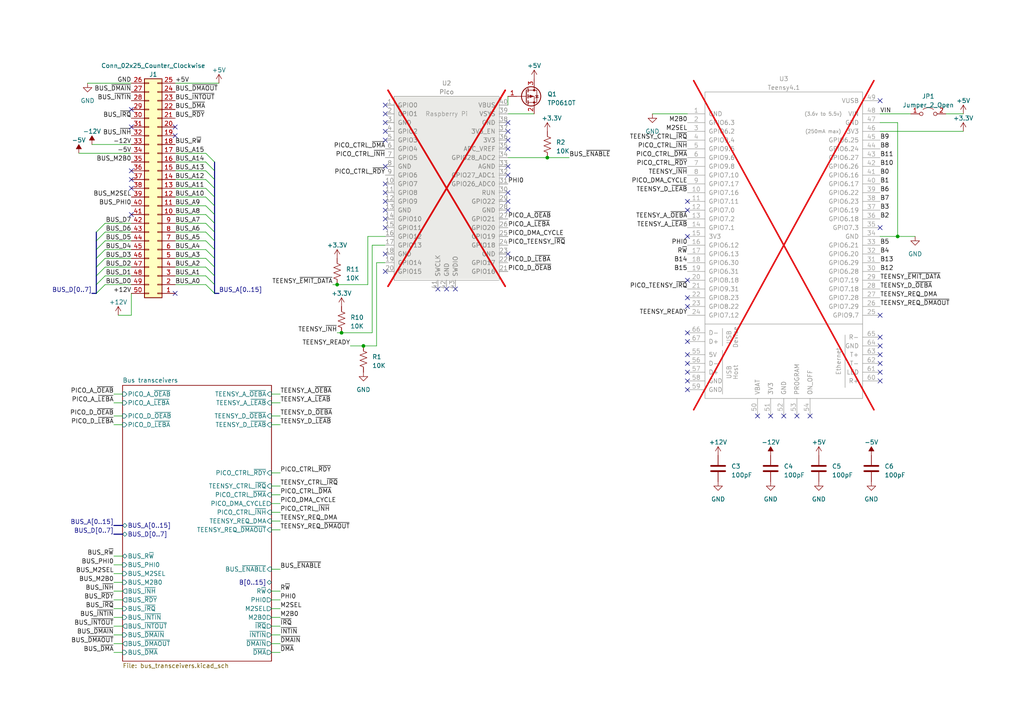
<source format=kicad_sch>
(kicad_sch (version 20230121) (generator eeschema)
  (paper "A4")
  (lib_symbols
    (symbol "Connector_Generic:Conn_02x25_Counter_Clockwise" (pin_names (offset 1.016) hide)
      (property "Reference" "J" (at 1.27 33.02 0))
      (property "Value" "Conn_02x25_Counter_Clockwise" (at 1.27 -33.02 0))
      (symbol "Conn_02x25_Counter_Clockwise_1_1"
        (rectangle (start -1.27 -30.353) (end 0 -30.607) (stroke (width 0.1524)))
        (rectangle (start -1.27 -27.813) (end 0 -28.067) (stroke (width 0.1524)))
        (rectangle (start -1.27 -25.273) (end 0 -25.527) (stroke (width 0.1524)))
        (rectangle (start -1.27 -22.733) (end 0 -22.987) (stroke (width 0.1524)))
        (rectangle (start -1.27 -20.193) (end 0 -20.447) (stroke (width 0.1524)))
        (rectangle (start -1.27 -17.653) (end 0 -17.907) (stroke (width 0.1524)))
        (rectangle (start -1.27 -15.113) (end 0 -15.367) (stroke (width 0.1524)))
        (rectangle (start -1.27 -12.573) (end 0 -12.827) (stroke (width 0.1524)))
        (rectangle (start -1.27 -10.033) (end 0 -10.287) (stroke (width 0.1524)))
        (rectangle (start -1.27 -7.493) (end 0 -7.747) (stroke (width 0.1524)))
        (rectangle (start -1.27 -4.953) (end 0 -5.207) (stroke (width 0.1524)))
        (rectangle (start -1.27 -2.413) (end 0 -2.667) (stroke (width 0.1524)))
        (rectangle (start -1.27 0.127) (end 0 -0.127) (stroke (width 0.1524)))
        (rectangle (start -1.27 2.667) (end 0 2.413) (stroke (width 0.1524)))
        (rectangle (start -1.27 5.207) (end 0 4.953) (stroke (width 0.1524)))
        (rectangle (start -1.27 7.747) (end 0 7.493) (stroke (width 0.1524)))
        (rectangle (start -1.27 10.287) (end 0 10.033) (stroke (width 0.1524)))
        (rectangle (start -1.27 12.827) (end 0 12.573) (stroke (width 0.1524)))
        (rectangle (start -1.27 15.367) (end 0 15.113) (stroke (width 0.1524)))
        (rectangle (start -1.27 17.907) (end 0 17.653) (stroke (width 0.1524)))
        (rectangle (start -1.27 20.447) (end 0 20.193) (stroke (width 0.1524)))
        (rectangle (start -1.27 22.987) (end 0 22.733) (stroke (width 0.1524)))
        (rectangle (start -1.27 25.527) (end 0 25.273) (stroke (width 0.1524)))
        (rectangle (start -1.27 28.067) (end 0 27.813) (stroke (width 0.1524)))
        (rectangle (start -1.27 30.607) (end 0 30.353) (stroke (width 0.1524)))
        (rectangle (start -1.27 31.75) (end 3.81 -31.75) (stroke (width 0.254)) (fill (type background)))
        (rectangle (start 3.81 -30.353) (end 2.54 -30.607) (stroke (width 0.1524)))
        (rectangle (start 3.81 -27.813) (end 2.54 -28.067) (stroke (width 0.1524)))
        (rectangle (start 3.81 -25.273) (end 2.54 -25.527) (stroke (width 0.1524)))
        (rectangle (start 3.81 -22.733) (end 2.54 -22.987) (stroke (width 0.1524)))
        (rectangle (start 3.81 -20.193) (end 2.54 -20.447) (stroke (width 0.1524)))
        (rectangle (start 3.81 -17.653) (end 2.54 -17.907) (stroke (width 0.1524)))
        (rectangle (start 3.81 -15.113) (end 2.54 -15.367) (stroke (width 0.1524)))
        (rectangle (start 3.81 -12.573) (end 2.54 -12.827) (stroke (width 0.1524)))
        (rectangle (start 3.81 -10.033) (end 2.54 -10.287) (stroke (width 0.1524)))
        (rectangle (start 3.81 -7.493) (end 2.54 -7.747) (stroke (width 0.1524)))
        (rectangle (start 3.81 -4.953) (end 2.54 -5.207) (stroke (width 0.1524)))
        (rectangle (start 3.81 -2.413) (end 2.54 -2.667) (stroke (width 0.1524)))
        (rectangle (start 3.81 0.127) (end 2.54 -0.127) (stroke (width 0.1524)))
        (rectangle (start 3.81 2.667) (end 2.54 2.413) (stroke (width 0.1524)))
        (rectangle (start 3.81 5.207) (end 2.54 4.953) (stroke (width 0.1524)))
        (rectangle (start 3.81 7.747) (end 2.54 7.493) (stroke (width 0.1524)))
        (rectangle (start 3.81 10.287) (end 2.54 10.033) (stroke (width 0.1524)))
        (rectangle (start 3.81 12.827) (end 2.54 12.573) (stroke (width 0.1524)))
        (rectangle (start 3.81 15.367) (end 2.54 15.113) (stroke (width 0.1524)))
        (rectangle (start 3.81 17.907) (end 2.54 17.653) (stroke (width 0.1524)))
        (rectangle (start 3.81 20.447) (end 2.54 20.193) (stroke (width 0.1524)))
        (rectangle (start 3.81 22.987) (end 2.54 22.733) (stroke (width 0.1524)))
        (rectangle (start 3.81 25.527) (end 2.54 25.273) (stroke (width 0.1524)))
        (rectangle (start 3.81 28.067) (end 2.54 27.813) (stroke (width 0.1524)))
        (rectangle (start 3.81 30.607) (end 2.54 30.353) (stroke (width 0.1524)))
        (pin passive line (at -5.08 30.48 0) (length 3.81) (name "Pin_1") (number "1"))
        (pin passive line (at -5.08 7.62 0) (length 3.81) (name "Pin_10") (number "10"))
        (pin passive line (at -5.08 5.08 0) (length 3.81) (name "Pin_11") (number "11"))
        (pin passive line (at -5.08 2.54 0) (length 3.81) (name "Pin_12") (number "12"))
        (pin passive line (at -5.08 0 0) (length 3.81) (name "Pin_13") (number "13"))
        (pin passive line (at -5.08 -2.54 0) (length 3.81) (name "Pin_14") (number "14"))
        (pin passive line (at -5.08 -5.08 0) (length 3.81) (name "Pin_15") (number "15"))
        (pin passive line (at -5.08 -7.62 0) (length 3.81) (name "Pin_16") (number "16"))
        (pin passive line (at -5.08 -10.16 0) (length 3.81) (name "Pin_17") (number "17"))
        (pin passive line (at -5.08 -12.7 0) (length 3.81) (name "Pin_18") (number "18"))
        (pin passive line (at -5.08 -15.24 0) (length 3.81) (name "Pin_19") (number "19"))
        (pin passive line (at -5.08 27.94 0) (length 3.81) (name "Pin_2") (number "2"))
        (pin passive line (at -5.08 -17.78 0) (length 3.81) (name "Pin_20") (number "20"))
        (pin passive line (at -5.08 -20.32 0) (length 3.81) (name "Pin_21") (number "21"))
        (pin passive line (at -5.08 -22.86 0) (length 3.81) (name "Pin_22") (number "22"))
        (pin passive line (at -5.08 -25.4 0) (length 3.81) (name "Pin_23") (number "23"))
        (pin passive line (at -5.08 -27.94 0) (length 3.81) (name "Pin_24") (number "24"))
        (pin passive line (at -5.08 -30.48 0) (length 3.81) (name "Pin_25") (number "25"))
        (pin passive line (at 7.62 -30.48 180) (length 3.81) (name "Pin_26") (number "26"))
        (pin passive line (at 7.62 -27.94 180) (length 3.81) (name "Pin_27") (number "27"))
        (pin passive line (at 7.62 -25.4 180) (length 3.81) (name "Pin_28") (number "28"))
        (pin passive line (at 7.62 -22.86 180) (length 3.81) (name "Pin_29") (number "29"))
        (pin passive line (at -5.08 25.4 0) (length 3.81) (name "Pin_3") (number "3"))
        (pin passive line (at 7.62 -20.32 180) (length 3.81) (name "Pin_30") (number "30"))
        (pin passive line (at 7.62 -17.78 180) (length 3.81) (name "Pin_31") (number "31"))
        (pin passive line (at 7.62 -15.24 180) (length 3.81) (name "Pin_32") (number "32"))
        (pin passive line (at 7.62 -12.7 180) (length 3.81) (name "Pin_33") (number "33"))
        (pin passive line (at 7.62 -10.16 180) (length 3.81) (name "Pin_34") (number "34"))
        (pin passive line (at 7.62 -7.62 180) (length 3.81) (name "Pin_35") (number "35"))
        (pin passive line (at 7.62 -5.08 180) (length 3.81) (name "Pin_36") (number "36"))
        (pin passive line (at 7.62 -2.54 180) (length 3.81) (name "Pin_37") (number "37"))
        (pin passive line (at 7.62 0 180) (length 3.81) (name "Pin_38") (number "38"))
        (pin passive line (at 7.62 2.54 180) (length 3.81) (name "Pin_39") (number "39"))
        (pin passive line (at -5.08 22.86 0) (length 3.81) (name "Pin_4") (number "4"))
        (pin passive line (at 7.62 5.08 180) (length 3.81) (name "Pin_40") (number "40"))
        (pin passive line (at 7.62 7.62 180) (length 3.81) (name "Pin_41") (number "41"))
        (pin passive line (at 7.62 10.16 180) (length 3.81) (name "Pin_42") (number "42"))
        (pin passive line (at 7.62 12.7 180) (length 3.81) (name "Pin_43") (number "43"))
        (pin passive line (at 7.62 15.24 180) (length 3.81) (name "Pin_44") (number "44"))
        (pin passive line (at 7.62 17.78 180) (length 3.81) (name "Pin_45") (number "45"))
        (pin passive line (at 7.62 20.32 180) (length 3.81) (name "Pin_46") (number "46"))
        (pin passive line (at 7.62 22.86 180) (length 3.81) (name "Pin_47") (number "47"))
        (pin passive line (at 7.62 25.4 180) (length 3.81) (name "Pin_48") (number "48"))
        (pin passive line (at 7.62 27.94 180) (length 3.81) (name "Pin_49") (number "49"))
        (pin passive line (at -5.08 20.32 0) (length 3.81) (name "Pin_5") (number "5"))
        (pin passive line (at 7.62 30.48 180) (length 3.81) (name "Pin_50") (number "50"))
        (pin passive line (at -5.08 17.78 0) (length 3.81) (name "Pin_6") (number "6"))
        (pin passive line (at -5.08 15.24 0) (length 3.81) (name "Pin_7") (number "7"))
        (pin passive line (at -5.08 12.7 0) (length 3.81) (name "Pin_8") (number "8"))
        (pin passive line (at -5.08 10.16 0) (length 3.81) (name "Pin_9") (number "9"))
      )
    )
    (symbol "Device:C" (pin_numbers hide) (pin_names (offset 0.254))
      (property "Reference" "C" (at 0.635 2.54 0))
      (property "Value" "C" (at 0.635 -2.54 0))
      (symbol "C_0_1"
        (polyline (pts (xy -2.032 -0.762) (xy 2.032 -0.762)) (stroke (width 0.508)))
        (polyline (pts (xy -2.032 0.762) (xy 2.032 0.762)) (stroke (width 0.508)))
      )
      (symbol "C_1_1"
        (pin passive line (at 0 3.81 270) (length 2.794) (name "~") (number "1"))
        (pin passive line (at 0 -3.81 90) (length 2.794) (name "~") (number "2"))
      )
    )
    (symbol "Device:R_US" (pin_numbers hide) (pin_names (offset 0))
      (property "Reference" "R" (at 2.54 0 90))
      (property "Value" "R_US" (at -2.54 0 90))
      (symbol "R_US_0_1"
        (polyline (pts (xy 0 -2.286) (xy 0 -2.54)))
        (polyline (pts (xy 0 2.286) (xy 0 2.54)))
        (polyline (pts (xy 0 -0.762) (xy 1.016 -1.143) (xy 0 -1.524) (xy -1.016 -1.905) (xy 0 -2.286)))
        (polyline (pts (xy 0 0.762) (xy 1.016 0.381) (xy 0 0) (xy -1.016 -0.381) (xy 0 -0.762)))
        (polyline (pts (xy 0 2.286) (xy 1.016 1.905) (xy 0 1.524) (xy -1.016 1.143) (xy 0 0.762)))
      )
      (symbol "R_US_1_1"
        (pin passive line (at 0 3.81 270) (length 1.27) (name "~") (number "1"))
        (pin passive line (at 0 -3.81 90) (length 1.27) (name "~") (number "2"))
      )
    )
    (symbol "Jumper:Jumper_2_Open" (pin_names (offset 0) hide)
      (property "Reference" "JP" (at 0 2.794 0))
      (property "Value" "Jumper_2_Open" (at 0 -2.286 0))
      (symbol "Jumper_2_Open_0_0"
        (circle (center -2.032 0) (radius 0.508))
        (circle (center 2.032 0) (radius 0.508))
      )
      (symbol "Jumper_2_Open_0_1"
        (arc (start 1.524 1.27) (mid 0 1.778) (end -1.524 1.27))
      )
      (symbol "Jumper_2_Open_1_1"
        (pin passive line (at -5.08 0 0) (length 2.54) (name "A") (number "1"))
        (pin passive line (at 5.08 0 180) (length 2.54) (name "B") (number "2"))
      )
    )
    (symbol "RPi_Pico:Pico" (pin_names (offset 1.016))
      (property "Reference" "U" (at -13.97 27.94 0))
      (property "Value" "Pico" (at 0 19.05 0))
      (symbol "Pico_0_0"
        (text "Raspberry Pi" (at 0 21.59 0) (effects (font (size 1.27 1.27))))
      )
      (symbol "Pico_0_1"
        (rectangle (start -15.24 26.67) (end 15.24 -26.67) (fill (type background)))
      )
      (symbol "Pico_1_1"
        (pin bidirectional line (at -17.78 24.13 0) (length 2.54) (name "GPIO0") (number "1"))
        (pin bidirectional line (at -17.78 1.27 0) (length 2.54) (name "GPIO7") (number "10"))
        (pin bidirectional line (at -17.78 -1.27 0) (length 2.54) (name "GPIO8") (number "11"))
        (pin bidirectional line (at -17.78 -3.81 0) (length 2.54) (name "GPIO9") (number "12"))
        (pin power_in line (at -17.78 -6.35 0) (length 2.54) (name "GND") (number "13"))
        (pin bidirectional line (at -17.78 -8.89 0) (length 2.54) (name "GPIO10") (number "14"))
        (pin bidirectional line (at -17.78 -11.43 0) (length 2.54) (name "GPIO11") (number "15"))
        (pin bidirectional line (at -17.78 -13.97 0) (length 2.54) (name "GPIO12") (number "16"))
        (pin bidirectional line (at -17.78 -16.51 0) (length 2.54) (name "GPIO13") (number "17"))
        (pin power_in line (at -17.78 -19.05 0) (length 2.54) (name "GND") (number "18"))
        (pin bidirectional line (at -17.78 -21.59 0) (length 2.54) (name "GPIO14") (number "19"))
        (pin bidirectional line (at -17.78 21.59 0) (length 2.54) (name "GPIO1") (number "2"))
        (pin bidirectional line (at -17.78 -24.13 0) (length 2.54) (name "GPIO15") (number "20"))
        (pin bidirectional line (at 17.78 -24.13 180) (length 2.54) (name "GPIO16") (number "21"))
        (pin bidirectional line (at 17.78 -21.59 180) (length 2.54) (name "GPIO17") (number "22"))
        (pin power_in line (at 17.78 -19.05 180) (length 2.54) (name "GND") (number "23"))
        (pin bidirectional line (at 17.78 -16.51 180) (length 2.54) (name "GPIO18") (number "24"))
        (pin bidirectional line (at 17.78 -13.97 180) (length 2.54) (name "GPIO19") (number "25"))
        (pin bidirectional line (at 17.78 -11.43 180) (length 2.54) (name "GPIO20") (number "26"))
        (pin bidirectional line (at 17.78 -8.89 180) (length 2.54) (name "GPIO21") (number "27"))
        (pin power_in line (at 17.78 -6.35 180) (length 2.54) (name "GND") (number "28"))
        (pin bidirectional line (at 17.78 -3.81 180) (length 2.54) (name "GPIO22") (number "29"))
        (pin power_in line (at -17.78 19.05 0) (length 2.54) (name "GND") (number "3"))
        (pin input line (at 17.78 -1.27 180) (length 2.54) (name "RUN") (number "30"))
        (pin bidirectional line (at 17.78 1.27 180) (length 2.54) (name "GPIO26_ADC0") (number "31"))
        (pin bidirectional line (at 17.78 3.81 180) (length 2.54) (name "GPIO27_ADC1") (number "32"))
        (pin power_in line (at 17.78 6.35 180) (length 2.54) (name "AGND") (number "33"))
        (pin bidirectional line (at 17.78 8.89 180) (length 2.54) (name "GPIO28_ADC2") (number "34"))
        (pin unspecified line (at 17.78 11.43 180) (length 2.54) (name "ADC_VREF") (number "35"))
        (pin unspecified line (at 17.78 13.97 180) (length 2.54) (name "3V3") (number "36"))
        (pin input line (at 17.78 16.51 180) (length 2.54) (name "3V3_EN") (number "37"))
        (pin bidirectional line (at 17.78 19.05 180) (length 2.54) (name "GND") (number "38"))
        (pin unspecified line (at 17.78 21.59 180) (length 2.54) (name "VSYS") (number "39"))
        (pin bidirectional line (at -17.78 16.51 0) (length 2.54) (name "GPIO2") (number "4"))
        (pin unspecified line (at 17.78 24.13 180) (length 2.54) (name "VBUS") (number "40"))
        (pin input line (at -2.54 -29.21 90) (length 2.54) (name "SWCLK") (number "41"))
        (pin power_in line (at 0 -29.21 90) (length 2.54) (name "GND") (number "42"))
        (pin bidirectional line (at 2.54 -29.21 90) (length 2.54) (name "SWDIO") (number "43"))
        (pin bidirectional line (at -17.78 13.97 0) (length 2.54) (name "GPIO3") (number "5"))
        (pin bidirectional line (at -17.78 11.43 0) (length 2.54) (name "GPIO4") (number "6"))
        (pin bidirectional line (at -17.78 8.89 0) (length 2.54) (name "GPIO5") (number "7"))
        (pin power_in line (at -17.78 6.35 0) (length 2.54) (name "GND") (number "8"))
        (pin bidirectional line (at -17.78 3.81 0) (length 2.54) (name "GPIO6") (number "9"))
      )
    )
    (symbol "Transistor_FET:TP0610T" (pin_names hide)
      (property "Reference" "Q" (at 5.08 1.905 0))
      (property "Value" "TP0610T" (at 5.08 0 0))
      (symbol "TP0610T_0_1"
        (polyline (pts (xy 0.254 0) (xy -2.54 0)))
        (polyline (pts (xy 0.254 1.905) (xy 0.254 -1.905)) (stroke (width 0.254)))
        (polyline (pts (xy 0.762 -1.27) (xy 0.762 -2.286)) (stroke (width 0.254)))
        (polyline (pts (xy 0.762 0.508) (xy 0.762 -0.508)) (stroke (width 0.254)))
        (polyline (pts (xy 0.762 2.286) (xy 0.762 1.27)) (stroke (width 0.254)))
        (polyline (pts (xy 2.54 2.54) (xy 2.54 1.778)))
        (polyline (pts (xy 2.54 -2.54) (xy 2.54 0) (xy 0.762 0)))
        (polyline (pts (xy 0.762 1.778) (xy 3.302 1.778) (xy 3.302 -1.778) (xy 0.762 -1.778)))
        (polyline (pts (xy 2.286 0) (xy 1.27 0.381) (xy 1.27 -0.381) (xy 2.286 0)) (fill (type outline)))
        (polyline (pts (xy 2.794 -0.508) (xy 2.921 -0.381) (xy 3.683 -0.381) (xy 3.81 -0.254)))
        (polyline (pts (xy 3.302 -0.381) (xy 2.921 0.254) (xy 3.683 0.254) (xy 3.302 -0.381)))
        (circle (center 1.651 0) (radius 2.794) (stroke (width 0.254)))
        (circle (center 2.54 -1.778) (radius 0.254) (fill (type outline)))
        (circle (center 2.54 1.778) (radius 0.254) (fill (type outline)))
      )
      (symbol "TP0610T_1_1"
        (pin input line (at -5.08 0 0) (length 2.54) (name "G") (number "1"))
        (pin passive line (at 2.54 -5.08 90) (length 2.54) (name "S") (number "2"))
        (pin passive line (at 2.54 5.08 270) (length 2.54) (name "D") (number "3"))
      )
    )
    (symbol "power:+12V" (power) (pin_names (offset 0))
      (property "Value" "+12V" (at 0 3.556 0))
      (symbol "+12V_0_1"
        (polyline (pts (xy -0.762 1.27) (xy 0 2.54)))
        (polyline (pts (xy 0 0) (xy 0 2.54)))
        (polyline (pts (xy 0 2.54) (xy 0.762 1.27)))
      )
      (symbol "+12V_1_1"
        (pin power_in line (at 0 0 90) (length 0) hide (name "+12V") (number "1"))
      )
    )
    (symbol "power:+3.3V" (power) (pin_names (offset 0))
      (property "Value" "+3.3V" (at 0 3.556 0))
      (symbol "+3.3V_0_1"
        (polyline (pts (xy -0.762 1.27) (xy 0 2.54)))
        (polyline (pts (xy 0 0) (xy 0 2.54)))
        (polyline (pts (xy 0 2.54) (xy 0.762 1.27)))
      )
      (symbol "+3.3V_1_1"
        (pin power_in line (at 0 0 90) (length 0) hide (name "+3.3V") (number "1"))
      )
    )
    (symbol "power:+5V" (power) (pin_names (offset 0))
      (property "Value" "+5V" (at 0 3.556 0))
      (symbol "+5V_0_1"
        (polyline (pts (xy -0.762 1.27) (xy 0 2.54)))
        (polyline (pts (xy 0 0) (xy 0 2.54)))
        (polyline (pts (xy 0 2.54) (xy 0.762 1.27)))
      )
      (symbol "+5V_1_1"
        (pin power_in line (at 0 0 90) (length 0) hide (name "+5V") (number "1"))
      )
    )
    (symbol "power:-12V" (power) (pin_names (offset 0))
      (property "Value" "-12V" (at 0 3.81 0))
      (symbol "-12V_0_0"
        (pin power_in line (at 0 0 90) (length 0) hide (name "-12V") (number "1"))
      )
      (symbol "-12V_0_1"
        (polyline (pts (xy 0 0) (xy 0 1.27) (xy 0.762 1.27) (xy 0 2.54) (xy -0.762 1.27) (xy 0 1.27)) (fill (type outline)))
      )
    )
    (symbol "power:-5V" (power) (pin_names (offset 0))
      (property "Value" "-5V" (at 0 3.81 0))
      (symbol "-5V_0_0"
        (pin power_in line (at 0 0 90) (length 0) hide (name "-5V") (number "1"))
      )
      (symbol "-5V_0_1"
        (polyline (pts (xy 0 0) (xy 0 1.27) (xy 0.762 1.27) (xy 0 2.54) (xy -0.762 1.27) (xy 0 1.27)) (fill (type outline)))
      )
    )
    (symbol "power:GND" (power) (pin_names (offset 0))
      (property "Value" "GND" (at 0 -3.81 0))
      (symbol "GND_0_1"
        (polyline (pts (xy 0 0) (xy 0 -1.27) (xy 1.27 -1.27) (xy 0 -2.54) (xy -1.27 -1.27) (xy 0 -1.27)))
      )
      (symbol "GND_1_1"
        (pin power_in line (at 0 0 270) (length 0) hide (name "GND") (number "1"))
      )
    )
    (symbol "teensy:Teensy4.1" (pin_names (offset 1.016))
      (property "Reference" "U3" (at 0 64.77 0))
      (property "Value" "Teensy4.1" (at 0 62.23 0))
      (symbol "Teensy4.1_0_0"
        (polyline (pts (xy -22.86 -6.35) (xy 22.86 -6.35)))
        (polyline (pts (xy -17.78 -26.67) (xy -17.78 -13.97)))
        (polyline (pts (xy -17.78 -7.62) (xy -17.78 -12.7)))
        (polyline (pts (xy 17.78 -9.525) (xy 17.78 -24.765)))
        (text "(250mA max)" (at 11.43 49.53 0) (effects (font (size 1.016 1.016))))
        (text "(3.6v to 5.5v)" (at 11.43 54.61 0) (effects (font (size 1.016 1.016))))
        (text "Device" (at -13.97 -10.16 900) (effects (font (size 1.27 1.27))))
        (text "Ethernet" (at 15.875 -17.145 900) (effects (font (size 1.27 1.27))))
        (text "Host" (at -13.97 -20.32 900) (effects (font (size 1.27 1.27))))
        (text "USB" (at -15.875 -20.32 900) (effects (font (size 1.27 1.27))))
        (text "USB" (at -15.875 -10.16 900) (effects (font (size 1.27 1.27))))
        (pin power_in line (at -27.94 19.05 0) (length 5.08) (name "3V3") (number "15"))
        (pin output line (at 27.94 49.53 180) (length 5.08) (name "3V3") (number "46"))
        (pin output line (at 27.94 52.07 180) (length 5.08) (name "GND") (number "47"))
        (pin power_in line (at 27.94 54.61 180) (length 5.08) (name "VIN") (number "48"))
        (pin power_out line (at 27.94 58.42 180) (length 5.08) (name "VUSB") (number "49"))
        (pin power_in line (at -7.62 -33.02 90) (length 5.08) (name "VBAT") (number "50"))
        (pin power_in line (at -3.81 -33.02 90) (length 5.08) (name "3V3") (number "51"))
        (pin input line (at 0 -33.02 90) (length 5.08) (name "GND") (number "52"))
        (pin input line (at 3.81 -33.02 90) (length 5.08) (name "PROGRAM") (number "53"))
        (pin input line (at 7.62 -33.02 90) (length 5.08) (name "ON_OFF") (number "54"))
        (pin power_out line (at -27.94 -15.24 0) (length 5.08) (name "5V") (number "55"))
        (pin bidirectional line (at -27.94 -17.78 0) (length 5.08) (name "D-") (number "56"))
        (pin bidirectional line (at -27.94 -20.32 0) (length 5.08) (name "D+") (number "57"))
        (pin power_in line (at -27.94 -22.86 0) (length 5.08) (name "GND") (number "58"))
        (pin power_in line (at -27.94 -25.4 0) (length 5.08) (name "GND") (number "59"))
        (pin bidirectional line (at 27.94 -22.86 180) (length 5.08) (name "R+") (number "60"))
        (pin bidirectional line (at 27.94 -20.32 180) (length 5.08) (name "LED") (number "61"))
        (pin bidirectional line (at 27.94 -17.78 180) (length 5.08) (name "T-") (number "62"))
        (pin bidirectional line (at 27.94 -15.24 180) (length 5.08) (name "T+") (number "63"))
        (pin power_in line (at 27.94 -12.7 180) (length 5.08) (name "GND") (number "64"))
        (pin bidirectional line (at 27.94 -10.16 180) (length 5.08) (name "R-") (number "65"))
        (pin bidirectional line (at -27.94 -8.89 0) (length 5.08) (name "D-") (number "66"))
        (pin bidirectional line (at -27.94 -11.43 0) (length 5.08) (name "D+") (number "67"))
      )
      (symbol "Teensy4.1_0_1"
        (rectangle (start -22.86 60.96) (end 22.86 -27.94))
        (rectangle (start -20.32 -1.27) (end -20.32 -1.27))
      )
      (symbol "Teensy4.1_1_0"
        (pin bidirectional line (at -27.94 31.75 0) (length 5.08) (name "GPIO7.16") (number "10"))
        (pin bidirectional line (at -27.94 29.21 0) (length 5.08) (name "GPIO7.11") (number "11"))
        (pin bidirectional line (at -27.94 26.67 0) (length 5.08) (name "GPIO7.0") (number "12"))
        (pin bidirectional line (at -27.94 24.13 0) (length 5.08) (name "GPIO7.2") (number "13"))
        (pin bidirectional line (at -27.94 21.59 0) (length 5.08) (name "GPIO7.1") (number "14"))
        (pin bidirectional line (at -27.94 16.51 0) (length 5.08) (name "GPIO6.12") (number "16"))
        (pin bidirectional line (at -27.94 13.97 0) (length 5.08) (name "GPIO6.13") (number "17"))
        (pin bidirectional line (at -27.94 11.43 0) (length 5.08) (name "GPIO6.30") (number "18"))
        (pin bidirectional line (at -27.94 8.89 0) (length 5.08) (name "GPIO6.31") (number "19"))
        (pin bidirectional line (at -27.94 6.35 0) (length 5.08) (name "GPIO8.18") (number "20"))
        (pin bidirectional line (at -27.94 3.81 0) (length 5.08) (name "GPIO9.31") (number "21"))
        (pin bidirectional line (at -27.94 1.27 0) (length 5.08) (name "GPIO8.23") (number "22"))
        (pin bidirectional line (at -27.94 -1.27 0) (length 5.08) (name "GPIO8.22") (number "23"))
        (pin bidirectional line (at -27.94 -3.81 0) (length 5.08) (name "GPIO7.12") (number "24"))
        (pin bidirectional line (at 27.94 -3.81 180) (length 5.08) (name "GPIO9.7") (number "25"))
        (pin bidirectional line (at 27.94 -1.27 180) (length 5.08) (name "GPIO7.29") (number "26"))
        (pin bidirectional line (at 27.94 1.27 180) (length 5.08) (name "GPIO7.28") (number "27"))
        (pin bidirectional line (at 27.94 3.81 180) (length 5.08) (name "GPIO7.18") (number "28"))
        (pin bidirectional line (at 27.94 6.35 180) (length 5.08) (name "GPIO7.19") (number "29"))
        (pin bidirectional line (at 27.94 8.89 180) (length 5.08) (name "GPIO6.28") (number "30"))
        (pin bidirectional line (at 27.94 11.43 180) (length 5.08) (name "GPIO6.29") (number "31"))
        (pin bidirectional line (at 27.94 13.97 180) (length 5.08) (name "GPIO6.20") (number "32"))
        (pin bidirectional line (at 27.94 16.51 180) (length 5.08) (name "GPIO6.21") (number "33"))
        (pin bidirectional line (at 27.94 21.59 180) (length 5.08) (name "GPIO7.3") (number "35"))
        (pin bidirectional line (at 27.94 24.13 180) (length 5.08) (name "GPIO6.18") (number "36"))
        (pin bidirectional line (at 27.94 26.67 180) (length 5.08) (name "GPIO6.19") (number "37"))
        (pin bidirectional line (at 27.94 29.21 180) (length 5.08) (name "GPIO6.23") (number "38"))
        (pin bidirectional line (at 27.94 31.75 180) (length 5.08) (name "GPIO6.22") (number "39"))
        (pin bidirectional line (at 27.94 34.29 180) (length 5.08) (name "GPIO6.17") (number "40"))
        (pin bidirectional line (at 27.94 36.83 180) (length 5.08) (name "GPIO6.16") (number "41"))
        (pin bidirectional line (at 27.94 39.37 180) (length 5.08) (name "GPIO6.26") (number "42"))
        (pin bidirectional line (at 27.94 41.91 180) (length 5.08) (name "GPIO6.27") (number "43"))
        (pin bidirectional line (at 27.94 44.45 180) (length 5.08) (name "GPIO6.24") (number "44"))
        (pin bidirectional line (at 27.94 46.99 180) (length 5.08) (name "GPIO6.25") (number "45"))
        (pin bidirectional line (at -27.94 44.45 0) (length 5.08) (name "GPIO9.5") (number "5"))
        (pin bidirectional line (at -27.94 41.91 0) (length 5.08) (name "GPIO9.6") (number "6"))
        (pin bidirectional line (at -27.94 39.37 0) (length 5.08) (name "GPIO9.8") (number "7"))
        (pin bidirectional line (at -27.94 36.83 0) (length 5.08) (name "GPIO7.10") (number "8"))
        (pin bidirectional line (at -27.94 34.29 0) (length 5.08) (name "GPIO7.17") (number "9"))
      )
      (symbol "Teensy4.1_1_1"
        (pin power_in line (at -27.94 54.61 0) (length 5.08) (name "GND") (number "1"))
        (pin bidirectional line (at -27.94 52.07 0) (length 5.08) (name "GPIO6.3") (number "2"))
        (pin bidirectional line (at -27.94 49.53 0) (length 5.08) (name "GPIO6.2") (number "3"))
        (pin power_in line (at 27.94 19.05 180) (length 5.08) (name "GND") (number "34"))
        (pin bidirectional line (at -27.94 46.99 0) (length 5.08) (name "GPIO9.4") (number "4"))
      )
    )
  )
  (junction (at 158.75 45.72))
  (junction (at 97.79 82.55))
  (junction (at 105.41 100.33))
  (junction (at 99.06 96.52))
  (junction (at 260.35 68.58))
  (no_connect (at 147.32 35.56))
  (no_connect (at 199.39 110.49))
  (no_connect (at 147.32 48.26))
  (no_connect (at 50.8 36.83))
  (no_connect (at 127 83.82))
  (no_connect (at 50.8 85.09))
  (no_connect (at 147.32 60.96))
  (no_connect (at 111.76 55.88))
  (no_connect (at 199.39 113.03))
  (no_connect (at 147.32 73.66))
  (no_connect (at 111.76 38.1))
  (no_connect (at 50.8 39.37))
  (no_connect (at 111.76 78.74))
  (no_connect (at 255.27 105.41))
  (no_connect (at 199.39 81.28))
  (no_connect (at 255.27 107.95))
  (no_connect (at 219.71 120.65))
  (no_connect (at 199.39 58.42))
  (no_connect (at 199.39 88.9))
  (no_connect (at 111.76 48.26))
  (no_connect (at 38.1 49.53))
  (no_connect (at 255.27 29.21))
  (no_connect (at 255.27 91.44))
  (no_connect (at 199.39 96.52))
  (no_connect (at 147.32 43.18))
  (no_connect (at 38.1 31.75))
  (no_connect (at 111.76 30.48))
  (no_connect (at 111.76 33.02))
  (no_connect (at 255.27 66.04))
  (no_connect (at 111.76 60.96))
  (no_connect (at 199.39 105.41))
  (no_connect (at 255.27 97.79))
  (no_connect (at 111.76 66.04))
  (no_connect (at 111.76 40.64))
  (no_connect (at 111.76 53.34))
  (no_connect (at 199.39 86.36))
  (no_connect (at 147.32 38.1))
  (no_connect (at 129.54 83.82))
  (no_connect (at 147.32 55.88))
  (no_connect (at 147.32 40.64))
  (no_connect (at 111.76 58.42))
  (no_connect (at 111.76 35.56))
  (no_connect (at 38.1 52.07))
  (no_connect (at 223.52 120.65))
  (no_connect (at 234.95 120.65))
  (no_connect (at 255.27 100.33))
  (no_connect (at 38.1 36.83))
  (no_connect (at 38.1 54.61))
  (no_connect (at 132.08 83.82))
  (no_connect (at 199.39 107.95))
  (no_connect (at 227.33 120.65))
  (no_connect (at 111.76 63.5))
  (no_connect (at 255.27 110.49))
  (no_connect (at 111.76 73.66))
  (no_connect (at 38.1 62.23))
  (no_connect (at 231.14 120.65))
  (no_connect (at 199.39 99.06))
  (no_connect (at 147.32 50.8))
  (no_connect (at 199.39 68.58))
  (no_connect (at 199.39 102.87))
  (no_connect (at 255.27 102.87))
  (no_connect (at 199.39 60.96))
  (no_connect (at 147.32 58.42))
  (bus_entry (at 59.69 44.45) (size 2.54 2.54))
  (bus_entry (at 59.69 72.39) (size 2.54 2.54))
  (bus_entry (at 59.69 62.23) (size 2.54 2.54))
  (bus_entry (at 27.94 80.01) (size 2.54 -2.54))
  (bus_entry (at 59.69 57.15) (size 2.54 2.54))
  (bus_entry (at 27.94 69.85) (size 2.54 -2.54))
  (bus_entry (at 59.69 54.61) (size 2.54 2.54))
  (bus_entry (at 27.94 85.09) (size 2.54 -2.54))
  (bus_entry (at 59.69 52.07) (size 2.54 2.54))
  (bus_entry (at 59.69 77.47) (size 2.54 2.54))
  (bus_entry (at 59.69 67.31) (size 2.54 2.54))
  (bus_entry (at 59.69 49.53) (size 2.54 2.54))
  (bus_entry (at 27.94 67.31) (size 2.54 -2.54))
  (bus_entry (at 59.69 74.93) (size 2.54 2.54))
  (bus_entry (at 27.94 74.93) (size 2.54 -2.54))
  (bus_entry (at 27.94 82.55) (size 2.54 -2.54))
  (bus_entry (at 59.69 82.55) (size 2.54 2.54))
  (bus_entry (at 59.69 59.69) (size 2.54 2.54))
  (bus_entry (at 59.69 80.01) (size 2.54 2.54))
  (bus_entry (at 27.94 77.47) (size 2.54 -2.54))
  (bus_entry (at 27.94 72.39) (size 2.54 -2.54))
  (bus_entry (at 59.69 69.85) (size 2.54 2.54))
  (bus_entry (at 59.69 64.77) (size 2.54 2.54))
  (bus_entry (at 59.69 46.99) (size 2.54 2.54))
  (bus (pts (xy 27.94 77.47) (xy 27.94 80.01)))
  (wire (pts (xy 33.02 186.69) (xy 35.56 186.69)))
  (wire (pts (xy 78.74 148.59) (xy 81.28 148.59)))
  (wire (pts (xy 26.67 41.91) (xy 38.1 41.91)))
  (wire (pts (xy 33.02 189.23) (xy 35.56 189.23)))
  (wire (pts (xy 30.48 82.55) (xy 38.1 82.55)))
  (wire (pts (xy 106.68 68.58) (xy 111.76 68.58)))
  (wire (pts (xy 78.74 176.53) (xy 81.28 176.53)))
  (wire (pts (xy 78.74 137.16) (xy 81.28 137.16)))
  (wire (pts (xy 147.32 45.72) (xy 158.75 45.72)))
  (bus (pts (xy 62.23 67.31) (xy 62.23 69.85)))
  (wire (pts (xy 33.02 163.83) (xy 35.56 163.83)))
  (wire (pts (xy 50.8 69.85) (xy 59.69 69.85)))
  (wire (pts (xy 78.74 153.67) (xy 81.28 153.67)))
  (wire (pts (xy 189.23 33.02) (xy 199.39 33.02)))
  (wire (pts (xy 50.8 46.99) (xy 59.69 46.99)))
  (wire (pts (xy 50.8 72.39) (xy 59.69 72.39)))
  (wire (pts (xy 147.32 33.02) (xy 154.94 33.02)))
  (wire (pts (xy 78.74 140.97) (xy 81.28 140.97)))
  (wire (pts (xy 33.02 181.61) (xy 35.56 181.61)))
  (wire (pts (xy 50.8 52.07) (xy 59.69 52.07)))
  (wire (pts (xy 255.27 38.1) (xy 279.4 38.1)))
  (wire (pts (xy 30.48 69.85) (xy 38.1 69.85)))
  (wire (pts (xy 107.95 71.12) (xy 111.76 71.12)))
  (bus (pts (xy 62.23 85.09) (xy 63.5 85.09)))
  (wire (pts (xy 50.8 62.23) (xy 59.69 62.23)))
  (wire (pts (xy 106.68 82.55) (xy 106.68 68.58)))
  (bus (pts (xy 62.23 57.15) (xy 62.23 59.69)))
  (bus (pts (xy 62.23 62.23) (xy 62.23 64.77)))
  (wire (pts (xy 33.02 120.65) (xy 35.56 120.65)))
  (wire (pts (xy 34.29 91.44) (xy 38.1 91.44)))
  (wire (pts (xy 78.74 114.3) (xy 81.28 114.3)))
  (wire (pts (xy 50.8 49.53) (xy 59.69 49.53)))
  (wire (pts (xy 30.48 74.93) (xy 38.1 74.93)))
  (bus (pts (xy 27.94 74.93) (xy 27.94 77.47)))
  (wire (pts (xy 50.8 54.61) (xy 59.69 54.61)))
  (wire (pts (xy 78.74 146.05) (xy 81.28 146.05)))
  (bus (pts (xy 27.94 80.01) (xy 27.94 82.55)))
  (wire (pts (xy 158.75 45.72) (xy 165.1 45.72)))
  (wire (pts (xy 101.6 100.33) (xy 105.41 100.33)))
  (wire (pts (xy 30.48 77.47) (xy 38.1 77.47)))
  (wire (pts (xy 33.02 171.45) (xy 35.56 171.45)))
  (wire (pts (xy 78.74 173.99) (xy 81.28 173.99)))
  (wire (pts (xy 33.02 168.91) (xy 35.56 168.91)))
  (wire (pts (xy 50.8 82.55) (xy 59.69 82.55)))
  (wire (pts (xy 38.1 85.09) (xy 38.1 91.44)))
  (wire (pts (xy 30.48 72.39) (xy 38.1 72.39)))
  (wire (pts (xy 22.86 44.45) (xy 38.1 44.45)))
  (wire (pts (xy 260.35 68.58) (xy 255.27 68.58)))
  (wire (pts (xy 33.02 161.29) (xy 35.56 161.29)))
  (wire (pts (xy 78.74 151.13) (xy 81.28 151.13)))
  (bus (pts (xy 62.23 46.99) (xy 62.23 49.53)))
  (wire (pts (xy 78.74 116.84) (xy 81.28 116.84)))
  (wire (pts (xy 260.35 68.58) (xy 265.43 68.58)))
  (wire (pts (xy 33.02 114.3) (xy 35.56 114.3)))
  (bus (pts (xy 26.67 85.09) (xy 27.94 85.09)))
  (wire (pts (xy 96.52 82.55) (xy 97.79 82.55)))
  (wire (pts (xy 78.74 171.45) (xy 81.28 171.45)))
  (wire (pts (xy 50.8 80.01) (xy 59.69 80.01)))
  (wire (pts (xy 255.27 35.56) (xy 260.35 35.56)))
  (wire (pts (xy 50.8 24.13) (xy 63.5 24.13)))
  (bus (pts (xy 62.23 52.07) (xy 62.23 54.61)))
  (wire (pts (xy 78.74 181.61) (xy 81.28 181.61)))
  (bus (pts (xy 27.94 72.39) (xy 27.94 74.93)))
  (wire (pts (xy 78.74 143.51) (xy 81.28 143.51)))
  (bus (pts (xy 27.94 67.31) (xy 27.94 69.85)))
  (wire (pts (xy 50.8 64.77) (xy 59.69 64.77)))
  (bus (pts (xy 33.02 152.4) (xy 35.56 152.4)))
  (bus (pts (xy 62.23 72.39) (xy 62.23 74.93)))
  (wire (pts (xy 30.48 80.01) (xy 38.1 80.01)))
  (wire (pts (xy 50.8 77.47) (xy 59.69 77.47)))
  (wire (pts (xy 38.1 24.13) (xy 25.4 24.13)))
  (bus (pts (xy 33.02 154.94) (xy 35.56 154.94)))
  (wire (pts (xy 50.8 67.31) (xy 59.69 67.31)))
  (bus (pts (xy 62.23 69.85) (xy 62.23 72.39)))
  (bus (pts (xy 27.94 69.85) (xy 27.94 72.39)))
  (wire (pts (xy 105.41 100.33) (xy 109.22 100.33)))
  (wire (pts (xy 50.8 59.69) (xy 59.69 59.69)))
  (wire (pts (xy 78.74 123.19) (xy 81.28 123.19)))
  (wire (pts (xy 274.32 33.02) (xy 279.4 33.02)))
  (wire (pts (xy 260.35 35.56) (xy 260.35 68.58)))
  (wire (pts (xy 33.02 173.99) (xy 35.56 173.99)))
  (bus (pts (xy 62.23 80.01) (xy 62.23 82.55)))
  (wire (pts (xy 50.8 57.15) (xy 59.69 57.15)))
  (wire (pts (xy 255.27 33.02) (xy 264.16 33.02)))
  (wire (pts (xy 30.48 67.31) (xy 38.1 67.31)))
  (wire (pts (xy 33.02 184.15) (xy 35.56 184.15)))
  (bus (pts (xy 62.23 59.69) (xy 62.23 62.23)))
  (wire (pts (xy 78.74 120.65) (xy 81.28 120.65)))
  (wire (pts (xy 78.74 179.07) (xy 81.28 179.07)))
  (wire (pts (xy 111.76 76.2) (xy 109.22 76.2)))
  (bus (pts (xy 62.23 64.77) (xy 62.23 67.31)))
  (wire (pts (xy 99.06 96.52) (xy 107.95 96.52)))
  (wire (pts (xy 33.02 166.37) (xy 35.56 166.37)))
  (wire (pts (xy 33.02 116.84) (xy 35.56 116.84)))
  (bus (pts (xy 62.23 49.53) (xy 62.23 52.07)))
  (wire (pts (xy 78.74 186.69) (xy 81.28 186.69)))
  (wire (pts (xy 107.95 71.12) (xy 107.95 96.52)))
  (wire (pts (xy 50.8 44.45) (xy 59.69 44.45)))
  (bus (pts (xy 62.23 54.61) (xy 62.23 57.15)))
  (wire (pts (xy 33.02 123.19) (xy 35.56 123.19)))
  (wire (pts (xy 50.8 74.93) (xy 59.69 74.93)))
  (wire (pts (xy 33.02 176.53) (xy 35.56 176.53)))
  (wire (pts (xy 78.74 165.1) (xy 81.28 165.1)))
  (wire (pts (xy 78.74 184.15) (xy 81.28 184.15)))
  (wire (pts (xy 109.22 76.2) (xy 109.22 100.33)))
  (bus (pts (xy 62.23 77.47) (xy 62.23 80.01)))
  (bus (pts (xy 62.23 82.55) (xy 62.23 85.09)))
  (wire (pts (xy 33.02 179.07) (xy 35.56 179.07)))
  (bus (pts (xy 27.94 85.09) (xy 27.94 82.55)))
  (wire (pts (xy 30.48 64.77) (xy 38.1 64.77)))
  (wire (pts (xy 78.74 189.23) (xy 81.28 189.23)))
  (wire (pts (xy 147.32 27.94) (xy 147.32 30.48)))
  (wire (pts (xy 97.79 96.52) (xy 99.06 96.52)))
  (wire (pts (xy 97.79 82.55) (xy 106.68 82.55)))
  (bus (pts (xy 62.23 74.93) (xy 62.23 77.47)))
  (label "BUS_A2" (at 50.8 77.47 0))
  (label "BUS_~{DMAIN}" (at 33.02 184.15 180))
  (label "VIN" (at 255.27 33.02 0))
  (label "BUS_A13" (at 50.8 49.53 0))
  (label "BUS_D4" (at 38.1 72.39 180))
  (label "-12V" (at 38.1 41.91 180))
  (label "PICO_CTRL_~{INH}" (at 111.76 45.72 180))
  (label "BUS_A7" (at 50.8 64.77 0))
  (label "BUS_D5" (at 38.1 69.85 180))
  (label "TEENSY_REQ_~{DMAOUT}" (at 81.28 153.67 0))
  (label "BUS_~{IRQ}" (at 33.02 176.53 180))
  (label "~{IRQ}" (at 81.28 181.61 0))
  (label "BUS_~{INTIN}" (at 33.02 179.07 180))
  (label "BUS_~{INTIN}" (at 38.1 29.21 180))
  (label "BUS_M2SEL" (at 38.1 57.15 180))
  (label "TEENSY_REQ_DMA" (at 255.27 86.36 0))
  (label "BUS_A10" (at 50.8 57.15 0))
  (label "TEENSY_A_~{LEAB}" (at 199.39 66.04 180))
  (label "B1" (at 255.27 53.34 0))
  (label "BUS_~{ENABLE}" (at 81.28 165.1 0))
  (label "BUS_D7" (at 38.1 64.77 180))
  (label "R~{W}" (at 81.28 171.45 0))
  (label "BUS_A12" (at 50.8 52.07 0))
  (label "BUS_A[0..15]" (at 33.02 152.4 180))
  (label "TEENSY_~{EMIT_DATA}" (at 96.52 82.55 180))
  (label "PICO_A_~{LEBA}" (at 147.32 66.04 0))
  (label "PICO_TEENSY_~{IRQ}" (at 147.32 71.12 0))
  (label "BUS_A15" (at 50.8 44.45 0))
  (label "BUS_A9" (at 50.8 59.69 0))
  (label "+5V" (at 50.8 24.13 0))
  (label "BUS_~{IRQ}" (at 38.1 34.29 180))
  (label "BUS_PHI0" (at 33.02 163.83 180))
  (label "BUS_~{DMA}" (at 33.02 189.23 180))
  (label "BUS_A3" (at 50.8 74.93 0))
  (label "PICO_A_~{OEAB}" (at 33.02 114.3 180))
  (label "BUS_~{ENABLE}" (at 165.1 45.72 0))
  (label "TEENSY_CTRL_~{IRQ}" (at 81.28 140.97 0))
  (label "M2B0" (at 199.39 35.56 180))
  (label "PICO_CTRL_~{RDY}" (at 199.39 48.26 180))
  (label "BUS_A6" (at 50.8 67.31 0))
  (label "BUS_A[0..15]" (at 63.5 85.09 0))
  (label "B15" (at 199.39 78.74 180))
  (label "B10" (at 255.27 48.26 0))
  (label "TEENSY_A_~{LEAB}" (at 81.28 116.84 0))
  (label "BUS_M2SEL" (at 33.02 166.37 180))
  (label "B2" (at 255.27 63.5 0))
  (label "BUS_~{RDY}" (at 33.02 173.99 180))
  (label "~{DMAIN}" (at 81.28 186.69 0))
  (label "B5" (at 255.27 71.12 0))
  (label "BUS_D0" (at 38.1 82.55 180))
  (label "BUS_M2B0" (at 38.1 46.99 180))
  (label "TEENSY_~{INH}" (at 199.39 50.8 180))
  (label "BUS_A4" (at 50.8 72.39 0))
  (label "BUS_~{INTOUT}" (at 50.8 29.21 0))
  (label "+12V" (at 38.1 85.09 180))
  (label "TEENSY_D_~{OEBA}" (at 255.27 83.82 0))
  (label "M2SEL" (at 81.28 176.53 0))
  (label "BUS_A14" (at 50.8 46.99 0))
  (label "TEENSY_A_~{OEBA}" (at 199.39 63.5 180))
  (label "PICO_CTRL_~{RDY}" (at 81.28 137.16 0))
  (label "PICO_TEENSY_~{IRQ}" (at 199.39 83.82 180))
  (label "BUS_D2" (at 38.1 77.47 180))
  (label "BUS_~{INTOUT}" (at 33.02 181.61 180))
  (label "TEENSY_~{INH}" (at 97.79 96.52 180))
  (label "BUS_D1" (at 38.1 80.01 180))
  (label "PICO_CTRL_~{DMA}" (at 199.39 45.72 180))
  (label "TEENSY_D_~{LEAB}" (at 199.39 55.88 180))
  (label "BUS_M2B0" (at 33.02 168.91 180))
  (label "BUS_D3" (at 38.1 74.93 180))
  (label "PICO_A_~{LEBA}" (at 33.02 116.84 180))
  (label "PICO_DMA_CYCLE" (at 199.39 53.34 180))
  (label "BUS_A5" (at 50.8 69.85 0))
  (label "BUS_D[0..7]" (at 26.67 85.09 180))
  (label "B4" (at 255.27 73.66 0))
  (label "PICO_D_~{OEAB}" (at 33.02 120.65 180))
  (label "TEENSY_D_~{LEAB}" (at 81.28 123.19 0))
  (label "PICO_D_~{LEBA}" (at 147.32 76.2 0))
  (label "TEENSY_READY" (at 101.6 100.33 180))
  (label "BUS_~{DMAOUT}" (at 33.02 186.69 180))
  (label "BUS_D6" (at 38.1 67.31 180))
  (label "BUS_~{DMAOUT}" (at 50.8 26.67 0))
  (label "BUS_~{DMAIN}" (at 38.1 26.67 180))
  (label "B3" (at 255.27 60.96 0))
  (label "B7" (at 255.27 58.42 0))
  (label "PHI0" (at 199.39 71.12 180))
  (label "BUS_~{RDY}" (at 50.8 34.29 0))
  (label "BUS_~{DMA}" (at 50.8 31.75 0))
  (label "PICO_CTRL_~{INH}" (at 81.28 148.59 0))
  (label "B12" (at 255.27 78.74 0))
  (label "TEENSY_REQ_DMA" (at 81.28 151.13 0))
  (label "GND" (at 38.1 24.13 180))
  (label "B6" (at 255.27 55.88 0))
  (label "PICO_A_~{OEAB}" (at 147.32 63.5 0))
  (label "BUS_D[0..7]" (at 33.02 154.94 180))
  (label "PICO_CTRL_~{INH}" (at 199.39 43.18 180))
  (label "BUS_A1" (at 50.8 80.01 0))
  (label "PICO_CTRL_~{DMA}" (at 111.76 43.18 180))
  (label "BUS_PHI0" (at 38.1 59.69 180))
  (label "B13" (at 255.27 76.2 0))
  (label "~{DMA}" (at 81.28 189.23 0))
  (label "M2B0" (at 81.28 179.07 0))
  (label "PICO_CTRL_~{RDY}" (at 111.76 50.8 180))
  (label "TEENSY_REQ_~{DMAOUT}" (at 255.27 88.9 0))
  (label "~{INTIN}" (at 81.28 184.15 0))
  (label "PICO_D_~{LEBA}" (at 33.02 123.19 180))
  (label "PHI0" (at 81.28 173.99 0))
  (label "PICO_CTRL_~{DMA}" (at 81.28 143.51 0))
  (label "B11" (at 255.27 45.72 0))
  (label "B9" (at 255.27 40.64 0))
  (label "PICO_DMA_CYCLE" (at 81.28 146.05 0))
  (label "B14" (at 199.39 76.2 180))
  (label "PICO_D_~{OEAB}" (at 147.32 78.74 0))
  (label "BUS_R~{W}" (at 50.8 41.91 0))
  (label "BUS_A0" (at 50.8 82.55 0))
  (label "BUS_R~{W}" (at 33.02 161.29 180))
  (label "TEENSY_~{EMIT_DATA}" (at 255.27 81.28 0))
  (label "TEENSY_A_~{OEBA}" (at 81.28 114.3 0))
  (label "PICO_DMA_CYCLE" (at 147.32 68.58 0))
  (label "BUS_~{INH}" (at 38.1 39.37 180))
  (label "R~{W}" (at 199.39 73.66 180))
  (label "TEENSY_CTRL_~{IRQ}" (at 199.39 40.64 180))
  (label "B0" (at 255.27 50.8 0))
  (label "PHI0" (at 147.32 53.34 0))
  (label "BUS_A8" (at 50.8 62.23 0))
  (label "M2SEL" (at 199.39 38.1 180))
  (label "BUS_~{INH}" (at 33.02 171.45 180))
  (label "B8" (at 255.27 43.18 0))
  (label "BUS_A11" (at 50.8 54.61 0))
  (label "TEENSY_D_~{OEBA}" (at 81.28 120.65 0))
  (label "TEENSY_READY" (at 199.39 91.44 180))
  (label "-5V" (at 38.1 44.45 180))
  (symbol (lib_id "power:-12V") (at 26.67 41.91 0) (unit 1)
    (property "Reference" "#PWR02" (effects hide))
    (property "Value" "-12V" (at 26.67 38.1 0))
  )
  (symbol (lib_id "teensy:Teensy4.1") (at 227.33 87.63 0) (unit 1) (dnp yes)
    (property "Reference" "U3" (at 227.33 22.86 0))
    (property "Value" "Teensy4.1" (at 227.33 25.4 0))
    (property "Footprint" "teensy:Teensy41" (effects hide))
  )
  (symbol (lib_id "power:-12V") (at 223.52 132.08 0) (unit 1)
    (property "Reference" "#PWR029" (effects hide))
    (property "Value" "-12V" (at 223.52 128.27 0))
  )
  (symbol (lib_id "RPi_Pico:Pico") (at 129.54 54.61 0) (unit 1) (dnp yes)
    (property "Reference" "U2" (at 129.54 24.13 0))
    (property "Value" "Pico" (at 129.54 26.67 0))
    (property "Footprint" "RPi_Pico:RPi_Pico_SMD_TH" (effects hide))
  )
  (symbol (lib_id "Device:R_US") (at 99.06 92.71 0) (unit 1)
    (property "Reference" "R10" (at 101.6 92.075 0) (effects (justify left)))
    (property "Value" "10K" (at 101.6 94.615 0) (effects (justify left)))
    (property "Footprint" "Resistor_SMD:R_0402_1005Metric" (effects hide))
  )
  (symbol (lib_id "power:+12V") (at 34.29 91.44 0) (unit 1)
    (property "Reference" "#PWR05" (effects hide))
    (property "Value" "+12V" (at 34.29 87.63 0))
  )
  (symbol (lib_id "power:GND") (at 237.49 139.7 0) (unit 1)
    (property "Reference" "#PWR026" (effects hide))
    (property "Value" "GND" (at 237.49 144.78 0))
  )
  (symbol (lib_id "Device:R_US") (at 158.75 41.91 0) (unit 1)
    (property "Reference" "R2" (at 161.29 41.275 0) (effects (justify left)))
    (property "Value" "10K" (at 161.29 43.815 0) (effects (justify left)))
    (property "Footprint" "Resistor_SMD:R_0402_1005Metric" (effects hide))
  )
  (symbol (lib_id "Device:C") (at 208.28 135.89 0) (unit 1)
    (property "Reference" "C3" (at 212.09 135.255 0) (effects (justify left)))
    (property "Value" "100pF" (at 212.09 137.795 0) (effects (justify left)))
    (property "Footprint" "Capacitor_SMD:C_1206_3216Metric" (effects hide))
  )
  (symbol (lib_id "Device:C") (at 237.49 135.89 0) (unit 1)
    (property "Reference" "C5" (at 241.3 135.255 0) (effects (justify left)))
    (property "Value" "100pF" (at 241.3 137.795 0) (effects (justify left)))
    (property "Footprint" "Capacitor_SMD:C_1206_3216Metric" (effects hide))
  )
  (symbol (lib_id "power:GND") (at 189.23 33.02 0) (unit 1)
    (property "Reference" "#PWR038" (effects hide))
    (property "Value" "GND" (at 189.23 38.1 0))
  )
  (symbol (lib_id "power:+5V") (at 237.49 132.08 0) (unit 1)
    (property "Reference" "#PWR030" (effects hide))
    (property "Value" "+5V" (at 237.49 128.27 0))
  )
  (symbol (lib_id "power:+5V") (at 154.94 22.86 0) (unit 1)
    (property "Reference" "#PWR018" (effects hide))
    (property "Value" "+5V" (at 154.94 19.05 0))
  )
  (symbol (lib_id "power:-5V") (at 22.86 44.45 0) (unit 1)
    (property "Reference" "#PWR03" (effects hide))
    (property "Value" "-5V" (at 22.86 40.64 0))
  )
  (symbol (lib_id "power:+3.3V") (at 97.79 74.93 0) (unit 1)
    (property "Reference" "#PWR046" (effects hide))
    (property "Value" "+3.3V" (at 97.79 71.12 0))
  )
  (symbol (lib_id "power:+12V") (at 208.28 132.08 0) (unit 1)
    (property "Reference" "#PWR028" (effects hide))
    (property "Value" "+12V" (at 208.28 128.27 0))
  )
  (symbol (lib_id "power:+5V") (at 279.4 33.02 0) (unit 1)
    (property "Reference" "#PWR039" (effects hide))
    (property "Value" "+5V" (at 279.4 29.21 0))
  )
  (symbol (lib_id "Device:R_US") (at 105.41 104.14 0) (unit 1)
    (property "Reference" "R1" (at 107.95 103.505 0) (effects (justify left)))
    (property "Value" "10K" (at 107.95 106.045 0) (effects (justify left)))
    (property "Footprint" "Resistor_SMD:R_0402_1005Metric" (effects hide))
  )
  (symbol (lib_id "power:-5V") (at 252.73 132.08 0) (unit 1)
    (property "Reference" "#PWR031" (effects hide))
    (property "Value" "-5V" (at 252.73 128.27 0))
  )
  (symbol (lib_id "power:+3.3V") (at 99.06 88.9 0) (unit 1)
    (property "Reference" "#PWR033" (effects hide))
    (property "Value" "+3.3V" (at 99.06 85.09 0))
  )
  (symbol (lib_id "Device:R_US") (at 97.79 78.74 0) (unit 1)
    (property "Reference" "R11" (at 100.33 78.105 0) (effects (justify left)))
    (property "Value" "10K" (at 100.33 80.645 0) (effects (justify left)))
    (property "Footprint" "Resistor_SMD:R_0402_1005Metric" (effects hide))
  )
  (symbol (lib_id "Device:C") (at 223.52 135.89 0) (unit 1)
    (property "Reference" "C4" (at 227.33 135.255 0) (effects (justify left)))
    (property "Value" "100pF" (at 227.33 137.795 0) (effects (justify left)))
    (property "Footprint" "Capacitor_SMD:C_1206_3216Metric" (effects hide))
  )
  (symbol (lib_id "power:+3.3V") (at 158.75 38.1 0) (unit 1)
    (property "Reference" "#PWR011" (effects hide))
    (property "Value" "+3.3V" (at 160.02 34.29 0))
  )
  (symbol (lib_id "Transistor_FET:TP0610T") (at 152.4 27.94 0) (unit 1)
    (property "Reference" "Q1" (at 158.75 27.305 0) (effects (justify left)))
    (property "Value" "TP0610T" (at 158.75 29.845 0) (effects (justify left)))
    (property "Footprint" "Package_TO_SOT_SMD:SOT-23" (effects hide))
    (property "Datasheet" "http://www.vishay.com/docs/70209/70209.pdf" (effects hide))
  )
  (symbol (lib_id "power:GND") (at 105.41 107.95 0) (unit 1)
    (property "Reference" "#PWR010" (effects hide))
    (property "Value" "GND" (at 105.41 113.03 0))
  )
  (symbol (lib_id "Device:C") (at 252.73 135.89 0) (unit 1)
    (property "Reference" "C6" (at 256.54 135.255 0) (effects (justify left)))
    (property "Value" "100pF" (at 256.54 137.795 0) (effects (justify left)))
    (property "Footprint" "Capacitor_SMD:C_1206_3216Metric" (effects hide))
  )
  (symbol (lib_id "power:GND") (at 223.52 139.7 0) (unit 1)
    (property "Reference" "#PWR025" (effects hide))
    (property "Value" "GND" (at 223.52 144.78 0))
  )
  (symbol (lib_id "Jumper:Jumper_2_Open") (at 269.24 33.02 0) (unit 1)
    (property "Reference" "JP1" (at 269.24 27.94 0))
    (property "Value" "Jumper_2_Open" (at 269.24 30.48 0))
    (property "Footprint" "Connector_PinHeader_2.54mm:PinHeader_1x02_P2.54mm_Vertical" (effects hide))
  )
  (symbol (lib_id "power:GND") (at 208.28 139.7 0) (unit 1)
    (property "Reference" "#PWR024" (effects hide))
    (property "Value" "GND" (at 208.28 144.78 0))
  )
  (symbol (lib_id "power:GND") (at 25.4 24.13 0) (unit 1)
    (property "Reference" "#PWR01" (effects hide))
    (property "Value" "GND" (at 25.4 29.21 0))
  )
  (symbol (lib_id "power:GND") (at 265.43 68.58 0) (unit 1)
    (property "Reference" "#PWR037" (effects hide))
    (property "Value" "GND" (at 265.43 73.66 0))
  )
  (symbol (lib_id "power:GND") (at 252.73 139.7 0) (unit 1)
    (property "Reference" "#PWR027" (effects hide))
    (property "Value" "GND" (at 252.73 144.78 0))
  )
  (symbol (lib_id "power:+3.3V") (at 279.4 38.1 0) (unit 1)
    (property "Reference" "#PWR036" (effects hide))
    (property "Value" "+3.3V" (at 279.4 34.29 0))
  )
  (symbol (lib_id "Connector_Generic:Conn_02x25_Counter_Clockwise") (at 45.72 54.61 180) (unit 1)
    (property "Reference" "J1" (at 44.45 21.59 0))
    (property "Value" "Conn_02x25_Counter_Clockwise" (at 44.45 19.05 0))
    (property "Footprint" "appletini:AppleIIBus_Edge" (effects hide))
  )
  (symbol (lib_id "power:+5V") (at 63.5 24.13 0) (unit 1)
    (property "Reference" "#PWR032" (effects hide))
    (property "Value" "+5V" (at 63.5 20.32 0))
  )
  (sheet (at 35.56 111.76) (size 43.18 80.01) (stroke (width 0.1524))
    (property "Sheetname" "Bus transceivers" (at 35.56 111.0484 0) (effects (justify left bottom)))
    (property "Sheetfile" "bus_transceivers.kicad_sch" (at 35.56 192.3546 0) (effects (justify left top)))
    (pin "BUS_A[0..15]" bidirectional (at 35.56 152.4 180))
    (pin "BUS_D[0..7]" bidirectional (at 35.56 154.94 180))
    (pin "R~{W}" bidirectional (at 78.74 171.45 0))
    (pin "BUS_R~{W}" bidirectional (at 35.56 161.29 180))
    (pin "BUS_PHI0" input (at 35.56 163.83 180))
    (pin "BUS_M2SEL" input (at 35.56 166.37 180))
    (pin "BUS_M2B0" input (at 35.56 168.91 180))
    (pin "BUS_~{IRQ}" input (at 35.56 176.53 180))
    (pin "BUS_~{INTIN}" input (at 35.56 179.07 180))
    (pin "BUS_~{DMAIN}" input (at 35.56 184.15 180))
    (pin "BUS_~{DMA}" input (at 35.56 189.23 180))
    (pin "~{IRQ}" output (at 78.74 181.61 0))
    (pin "~{DMA}" output (at 78.74 189.23 0))
    (pin "~{DMAIN}" output (at 78.74 186.69 0))
    (pin "~{INTIN}" output (at 78.74 184.15 0))
    (pin "M2B0" output (at 78.74 179.07 0))
    (pin "M2SEL" output (at 78.74 176.53 0))
    (pin "PHI0" output (at 78.74 173.99 0))
    (pin "TEENSY_A_~{LEAB}" input (at 78.74 116.84 0))
    (pin "PICO_A_~{LEBA}" input (at 35.56 116.84 180))
    (pin "PICO_D_~{LEBA}" input (at 35.56 123.19 180))
    (pin "TEENSY_D_~{LEAB}" input (at 78.74 123.19 0))
    (pin "B[0..15]" bidirectional (at 78.74 168.91 0))
    (pin "TEENSY_A_~{OEBA}" input (at 78.74 114.3 0))
    (pin "PICO_A_~{OEAB}" input (at 35.56 114.3 180))
    (pin "PICO_D_~{OEAB}" input (at 35.56 120.65 180))
    (pin "TEENSY_D_~{OEBA}" input (at 78.74 120.65 0))
    (pin "BUS_~{ENABLE}" input (at 78.74 165.1 0))
    (pin "BUS_~{DMAOUT}" output (at 35.56 186.69 180))
    (pin "BUS_~{INTOUT}" output (at 35.56 181.61 180))
    (pin "BUS_~{RDY}" output (at 35.56 173.99 180))
    (pin "BUS_~{INH}" output (at 35.56 171.45 180))
    (pin "PICO_CTRL_~{RDY}" input (at 78.74 137.16 0))
    (pin "TEENSY_CTRL_~{IRQ}" input (at 78.74 140.97 0))
    (pin "PICO_CTRL_~{DMA}" input (at 78.74 143.51 0))
    (pin "PICO_DMA_CYCLE" output (at 78.74 146.05 0))
    (pin "PICO_CTRL_~{INH}" input (at 78.74 148.59 0))
    (pin "TEENSY_REQ_DMA" input (at 78.74 151.13 0))
    (pin "TEENSY_REQ_~{DMAOUT}" input (at 78.74 153.67 0))
  )
)
</source>
